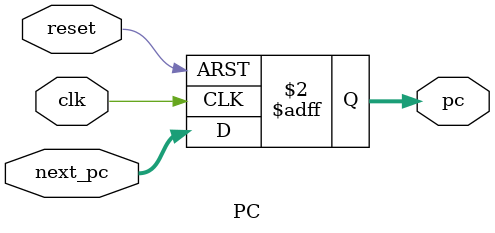
<source format=v>
module PC(
    input clk,
    input reset,
    input [31:0] next_pc,
    output reg [31:0] pc
);
    always @(posedge clk or posedge reset) begin
        if (reset)
            pc <= 32'b0;
        else
            pc <= next_pc;
    end
endmodule

</source>
